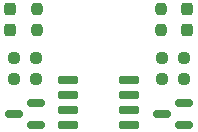
<source format=gtp>
G04 #@! TF.GenerationSoftware,KiCad,Pcbnew,7.0.10-7.0.10~ubuntu22.04.1*
G04 #@! TF.CreationDate,2024-01-16T23:48:01+08:00*
G04 #@! TF.ProjectId,EL_oscillator,454c5f6f-7363-4696-9c6c-61746f722e6b,rev?*
G04 #@! TF.SameCoordinates,Original*
G04 #@! TF.FileFunction,Paste,Top*
G04 #@! TF.FilePolarity,Positive*
%FSLAX46Y46*%
G04 Gerber Fmt 4.6, Leading zero omitted, Abs format (unit mm)*
G04 Created by KiCad (PCBNEW 7.0.10-7.0.10~ubuntu22.04.1) date 2024-01-16 23:48:01*
%MOMM*%
%LPD*%
G01*
G04 APERTURE LIST*
G04 Aperture macros list*
%AMRoundRect*
0 Rectangle with rounded corners*
0 $1 Rounding radius*
0 $2 $3 $4 $5 $6 $7 $8 $9 X,Y pos of 4 corners*
0 Add a 4 corners polygon primitive as box body*
4,1,4,$2,$3,$4,$5,$6,$7,$8,$9,$2,$3,0*
0 Add four circle primitives for the rounded corners*
1,1,$1+$1,$2,$3*
1,1,$1+$1,$4,$5*
1,1,$1+$1,$6,$7*
1,1,$1+$1,$8,$9*
0 Add four rect primitives between the rounded corners*
20,1,$1+$1,$2,$3,$4,$5,0*
20,1,$1+$1,$4,$5,$6,$7,0*
20,1,$1+$1,$6,$7,$8,$9,0*
20,1,$1+$1,$8,$9,$2,$3,0*%
G04 Aperture macros list end*
%ADD10RoundRect,0.237500X-0.250000X-0.237500X0.250000X-0.237500X0.250000X0.237500X-0.250000X0.237500X0*%
%ADD11RoundRect,0.237500X-0.237500X0.287500X-0.237500X-0.287500X0.237500X-0.287500X0.237500X0.287500X0*%
%ADD12RoundRect,0.150000X0.587500X0.150000X-0.587500X0.150000X-0.587500X-0.150000X0.587500X-0.150000X0*%
%ADD13RoundRect,0.237500X-0.237500X0.250000X-0.237500X-0.250000X0.237500X-0.250000X0.237500X0.250000X0*%
%ADD14RoundRect,0.237500X0.250000X0.237500X-0.250000X0.237500X-0.250000X-0.237500X0.250000X-0.237500X0*%
%ADD15RoundRect,0.150000X-0.725000X-0.150000X0.725000X-0.150000X0.725000X0.150000X-0.725000X0.150000X0*%
G04 APERTURE END LIST*
D10*
X103837500Y-114250000D03*
X105662500Y-114250000D03*
D11*
X118500000Y-110125000D03*
X118500000Y-111875000D03*
D10*
X116337500Y-116000000D03*
X118162500Y-116000000D03*
D12*
X105687500Y-119950000D03*
X105687500Y-118050000D03*
X103812500Y-119000000D03*
D13*
X116250000Y-110087500D03*
X116250000Y-111912500D03*
D11*
X103500000Y-110125000D03*
X103500000Y-111875000D03*
D12*
X118187500Y-119950000D03*
X118187500Y-118050000D03*
X116312500Y-119000000D03*
D14*
X105662500Y-116000000D03*
X103837500Y-116000000D03*
D15*
X108425000Y-116095000D03*
X108425000Y-117365000D03*
X108425000Y-118635000D03*
X108425000Y-119905000D03*
X113575000Y-119905000D03*
X113575000Y-118635000D03*
X113575000Y-117365000D03*
X113575000Y-116095000D03*
D14*
X118162500Y-114250000D03*
X116337500Y-114250000D03*
D13*
X105750000Y-110087500D03*
X105750000Y-111912500D03*
M02*

</source>
